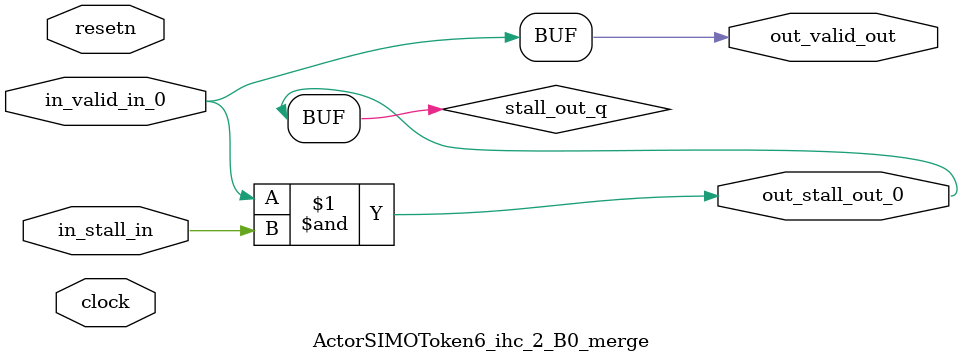
<source format=sv>



(* altera_attribute = "-name AUTO_SHIFT_REGISTER_RECOGNITION OFF; -name MESSAGE_DISABLE 10036; -name MESSAGE_DISABLE 10037; -name MESSAGE_DISABLE 14130; -name MESSAGE_DISABLE 14320; -name MESSAGE_DISABLE 15400; -name MESSAGE_DISABLE 14130; -name MESSAGE_DISABLE 10036; -name MESSAGE_DISABLE 12020; -name MESSAGE_DISABLE 12030; -name MESSAGE_DISABLE 12010; -name MESSAGE_DISABLE 12110; -name MESSAGE_DISABLE 14320; -name MESSAGE_DISABLE 13410; -name MESSAGE_DISABLE 113007; -name MESSAGE_DISABLE 10958" *)
module ActorSIMOToken6_ihc_2_B0_merge (
    input wire [0:0] in_stall_in,
    input wire [0:0] in_valid_in_0,
    output wire [0:0] out_stall_out_0,
    output wire [0:0] out_valid_out,
    input wire clock,
    input wire resetn
    );

    wire [0:0] stall_out_q;


    // stall_out(LOGICAL,6)
    assign stall_out_q = in_valid_in_0 & in_stall_in;

    // out_stall_out_0(GPOUT,4)
    assign out_stall_out_0 = stall_out_q;

    // out_valid_out(GPOUT,5)
    assign out_valid_out = in_valid_in_0;

endmodule

</source>
